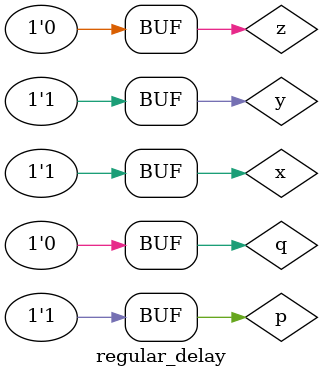
<source format=v>
module regular_delay;

//define parameters
parameter latency = 20;
parameter delta = 2;
//define register variables 
reg x, y, z, p, q;

initial
begin
        $monitor($time, x, y, z, p, q);
        x = 0; // no delay control
        #10 y = 1; // delay control with a number. Delay execution of
                                // y = 1 by 10 units

        #latency z = 0; // Delay control with identifer. Delay of 20 units
        #(latency + delta) p = 1; // Delay control with expression

        #y x = x + 1; // Delay control with identifier. Take value of y.

        #(4:5:6) q = 0; // Minimum, typical and maximum delay values.
	//Discussed earlier in gate level modeling chapter.
end

endmodule

</source>
